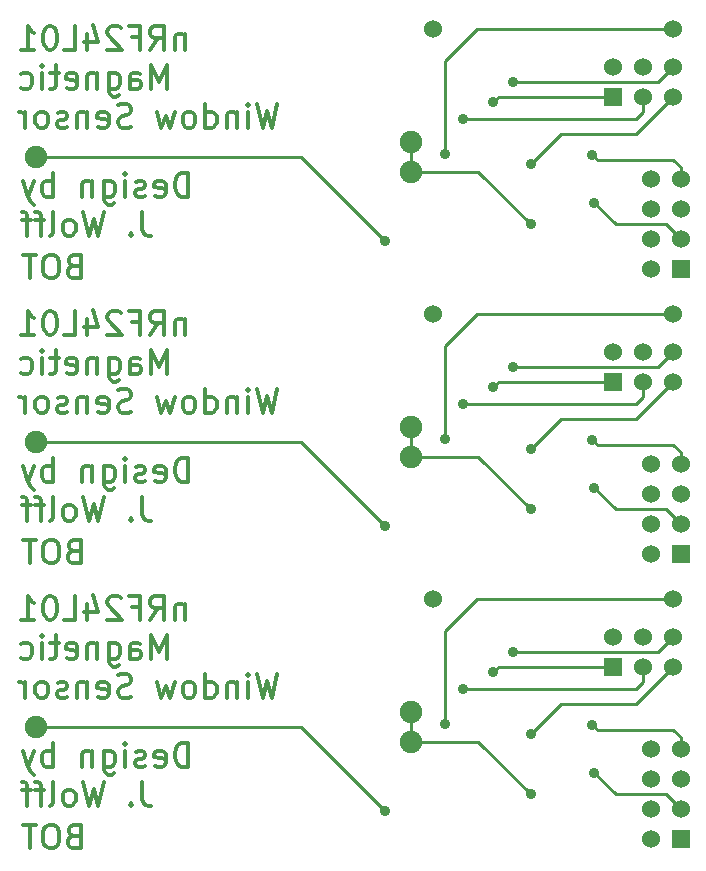
<source format=gbl>
G04 #@! TF.FileFunction,Copper,L2,Bot,Signal*
%FSLAX46Y46*%
G04 Gerber Fmt 4.6, Leading zero omitted, Abs format (unit mm)*
G04 Created by KiCad (PCBNEW 4.0.3+e1-6302~38~ubuntu16.04.1-stable) date Mon Aug 15 18:15:02 2016*
%MOMM*%
%LPD*%
G01*
G04 APERTURE LIST*
%ADD10C,0.150000*%
%ADD11C,0.300000*%
%ADD12C,1.905000*%
%ADD13C,1.524000*%
%ADD14R,1.524000X1.524000*%
%ADD15C,0.889000*%
%ADD16C,0.254000*%
G04 APERTURE END LIST*
D10*
D11*
X26685667Y-65770143D02*
X26399953Y-65865381D01*
X26304714Y-65960619D01*
X26209476Y-66151095D01*
X26209476Y-66436810D01*
X26304714Y-66627286D01*
X26399953Y-66722524D01*
X26590429Y-66817762D01*
X27352334Y-66817762D01*
X27352334Y-64817762D01*
X26685667Y-64817762D01*
X26495191Y-64913000D01*
X26399953Y-65008238D01*
X26304714Y-65198714D01*
X26304714Y-65389190D01*
X26399953Y-65579667D01*
X26495191Y-65674905D01*
X26685667Y-65770143D01*
X27352334Y-65770143D01*
X24971381Y-64817762D02*
X24590429Y-64817762D01*
X24399953Y-64913000D01*
X24209476Y-65103476D01*
X24114238Y-65484429D01*
X24114238Y-66151095D01*
X24209476Y-66532048D01*
X24399953Y-66722524D01*
X24590429Y-66817762D01*
X24971381Y-66817762D01*
X25161857Y-66722524D01*
X25352334Y-66532048D01*
X25447572Y-66151095D01*
X25447572Y-65484429D01*
X25352334Y-65103476D01*
X25161857Y-64913000D01*
X24971381Y-64817762D01*
X23542810Y-64817762D02*
X22399953Y-64817762D01*
X22971381Y-66817762D02*
X22971381Y-64817762D01*
X36129716Y-46118929D02*
X36129716Y-47452262D01*
X36129716Y-46309405D02*
X36034477Y-46214167D01*
X35844001Y-46118929D01*
X35558287Y-46118929D01*
X35367811Y-46214167D01*
X35272573Y-46404643D01*
X35272573Y-47452262D01*
X33177334Y-47452262D02*
X33844001Y-46499881D01*
X34320192Y-47452262D02*
X34320192Y-45452262D01*
X33558287Y-45452262D01*
X33367811Y-45547500D01*
X33272572Y-45642738D01*
X33177334Y-45833214D01*
X33177334Y-46118929D01*
X33272572Y-46309405D01*
X33367811Y-46404643D01*
X33558287Y-46499881D01*
X34320192Y-46499881D01*
X31653525Y-46404643D02*
X32320192Y-46404643D01*
X32320192Y-47452262D02*
X32320192Y-45452262D01*
X31367811Y-45452262D01*
X30701144Y-45642738D02*
X30605906Y-45547500D01*
X30415429Y-45452262D01*
X29939239Y-45452262D01*
X29748763Y-45547500D01*
X29653525Y-45642738D01*
X29558286Y-45833214D01*
X29558286Y-46023690D01*
X29653525Y-46309405D01*
X30796382Y-47452262D01*
X29558286Y-47452262D01*
X27844001Y-46118929D02*
X27844001Y-47452262D01*
X28320191Y-45357024D02*
X28796382Y-46785595D01*
X27558286Y-46785595D01*
X25844001Y-47452262D02*
X26796382Y-47452262D01*
X26796382Y-45452262D01*
X24796381Y-45452262D02*
X24605905Y-45452262D01*
X24415429Y-45547500D01*
X24320191Y-45642738D01*
X24224953Y-45833214D01*
X24129714Y-46214167D01*
X24129714Y-46690357D01*
X24224953Y-47071310D01*
X24320191Y-47261786D01*
X24415429Y-47357024D01*
X24605905Y-47452262D01*
X24796381Y-47452262D01*
X24986857Y-47357024D01*
X25082095Y-47261786D01*
X25177334Y-47071310D01*
X25272572Y-46690357D01*
X25272572Y-46214167D01*
X25177334Y-45833214D01*
X25082095Y-45642738D01*
X24986857Y-45547500D01*
X24796381Y-45452262D01*
X22224952Y-47452262D02*
X23367810Y-47452262D01*
X22796381Y-47452262D02*
X22796381Y-45452262D01*
X22986857Y-45737976D01*
X23177333Y-45928452D01*
X23367810Y-46023690D01*
X34605906Y-50752262D02*
X34605906Y-48752262D01*
X33939239Y-50180833D01*
X33272572Y-48752262D01*
X33272572Y-50752262D01*
X31463049Y-50752262D02*
X31463049Y-49704643D01*
X31558287Y-49514167D01*
X31748763Y-49418929D01*
X32129715Y-49418929D01*
X32320192Y-49514167D01*
X31463049Y-50657024D02*
X31653525Y-50752262D01*
X32129715Y-50752262D01*
X32320192Y-50657024D01*
X32415430Y-50466548D01*
X32415430Y-50276071D01*
X32320192Y-50085595D01*
X32129715Y-49990357D01*
X31653525Y-49990357D01*
X31463049Y-49895119D01*
X29653525Y-49418929D02*
X29653525Y-51037976D01*
X29748763Y-51228452D01*
X29844001Y-51323690D01*
X30034477Y-51418929D01*
X30320191Y-51418929D01*
X30510668Y-51323690D01*
X29653525Y-50657024D02*
X29844001Y-50752262D01*
X30224953Y-50752262D01*
X30415429Y-50657024D01*
X30510668Y-50561786D01*
X30605906Y-50371310D01*
X30605906Y-49799881D01*
X30510668Y-49609405D01*
X30415429Y-49514167D01*
X30224953Y-49418929D01*
X29844001Y-49418929D01*
X29653525Y-49514167D01*
X28701144Y-49418929D02*
X28701144Y-50752262D01*
X28701144Y-49609405D02*
X28605905Y-49514167D01*
X28415429Y-49418929D01*
X28129715Y-49418929D01*
X27939239Y-49514167D01*
X27844001Y-49704643D01*
X27844001Y-50752262D01*
X26129715Y-50657024D02*
X26320191Y-50752262D01*
X26701143Y-50752262D01*
X26891620Y-50657024D01*
X26986858Y-50466548D01*
X26986858Y-49704643D01*
X26891620Y-49514167D01*
X26701143Y-49418929D01*
X26320191Y-49418929D01*
X26129715Y-49514167D01*
X26034477Y-49704643D01*
X26034477Y-49895119D01*
X26986858Y-50085595D01*
X25463048Y-49418929D02*
X24701143Y-49418929D01*
X25177334Y-48752262D02*
X25177334Y-50466548D01*
X25082095Y-50657024D01*
X24891619Y-50752262D01*
X24701143Y-50752262D01*
X24034477Y-50752262D02*
X24034477Y-49418929D01*
X24034477Y-48752262D02*
X24129715Y-48847500D01*
X24034477Y-48942738D01*
X23939238Y-48847500D01*
X24034477Y-48752262D01*
X24034477Y-48942738D01*
X22224953Y-50657024D02*
X22415429Y-50752262D01*
X22796381Y-50752262D01*
X22986857Y-50657024D01*
X23082096Y-50561786D01*
X23177334Y-50371310D01*
X23177334Y-49799881D01*
X23082096Y-49609405D01*
X22986857Y-49514167D01*
X22796381Y-49418929D01*
X22415429Y-49418929D01*
X22224953Y-49514167D01*
X43939240Y-52052262D02*
X43463049Y-54052262D01*
X43082097Y-52623690D01*
X42701144Y-54052262D01*
X42224954Y-52052262D01*
X41463050Y-54052262D02*
X41463050Y-52718929D01*
X41463050Y-52052262D02*
X41558288Y-52147500D01*
X41463050Y-52242738D01*
X41367811Y-52147500D01*
X41463050Y-52052262D01*
X41463050Y-52242738D01*
X40510669Y-52718929D02*
X40510669Y-54052262D01*
X40510669Y-52909405D02*
X40415430Y-52814167D01*
X40224954Y-52718929D01*
X39939240Y-52718929D01*
X39748764Y-52814167D01*
X39653526Y-53004643D01*
X39653526Y-54052262D01*
X37844002Y-54052262D02*
X37844002Y-52052262D01*
X37844002Y-53957024D02*
X38034478Y-54052262D01*
X38415430Y-54052262D01*
X38605906Y-53957024D01*
X38701145Y-53861786D01*
X38796383Y-53671310D01*
X38796383Y-53099881D01*
X38701145Y-52909405D01*
X38605906Y-52814167D01*
X38415430Y-52718929D01*
X38034478Y-52718929D01*
X37844002Y-52814167D01*
X36605906Y-54052262D02*
X36796382Y-53957024D01*
X36891621Y-53861786D01*
X36986859Y-53671310D01*
X36986859Y-53099881D01*
X36891621Y-52909405D01*
X36796382Y-52814167D01*
X36605906Y-52718929D01*
X36320192Y-52718929D01*
X36129716Y-52814167D01*
X36034478Y-52909405D01*
X35939240Y-53099881D01*
X35939240Y-53671310D01*
X36034478Y-53861786D01*
X36129716Y-53957024D01*
X36320192Y-54052262D01*
X36605906Y-54052262D01*
X35272573Y-52718929D02*
X34891620Y-54052262D01*
X34510668Y-53099881D01*
X34129716Y-54052262D01*
X33748763Y-52718929D01*
X31558287Y-53957024D02*
X31272572Y-54052262D01*
X30796382Y-54052262D01*
X30605906Y-53957024D01*
X30510668Y-53861786D01*
X30415429Y-53671310D01*
X30415429Y-53480833D01*
X30510668Y-53290357D01*
X30605906Y-53195119D01*
X30796382Y-53099881D01*
X31177334Y-53004643D01*
X31367810Y-52909405D01*
X31463049Y-52814167D01*
X31558287Y-52623690D01*
X31558287Y-52433214D01*
X31463049Y-52242738D01*
X31367810Y-52147500D01*
X31177334Y-52052262D01*
X30701144Y-52052262D01*
X30415429Y-52147500D01*
X28796382Y-53957024D02*
X28986858Y-54052262D01*
X29367810Y-54052262D01*
X29558287Y-53957024D01*
X29653525Y-53766548D01*
X29653525Y-53004643D01*
X29558287Y-52814167D01*
X29367810Y-52718929D01*
X28986858Y-52718929D01*
X28796382Y-52814167D01*
X28701144Y-53004643D01*
X28701144Y-53195119D01*
X29653525Y-53385595D01*
X27844001Y-52718929D02*
X27844001Y-54052262D01*
X27844001Y-52909405D02*
X27748762Y-52814167D01*
X27558286Y-52718929D01*
X27272572Y-52718929D01*
X27082096Y-52814167D01*
X26986858Y-53004643D01*
X26986858Y-54052262D01*
X26129715Y-53957024D02*
X25939238Y-54052262D01*
X25558286Y-54052262D01*
X25367810Y-53957024D01*
X25272572Y-53766548D01*
X25272572Y-53671310D01*
X25367810Y-53480833D01*
X25558286Y-53385595D01*
X25844000Y-53385595D01*
X26034477Y-53290357D01*
X26129715Y-53099881D01*
X26129715Y-53004643D01*
X26034477Y-52814167D01*
X25844000Y-52718929D01*
X25558286Y-52718929D01*
X25367810Y-52814167D01*
X24129714Y-54052262D02*
X24320190Y-53957024D01*
X24415429Y-53861786D01*
X24510667Y-53671310D01*
X24510667Y-53099881D01*
X24415429Y-52909405D01*
X24320190Y-52814167D01*
X24129714Y-52718929D01*
X23844000Y-52718929D01*
X23653524Y-52814167D01*
X23558286Y-52909405D01*
X23463048Y-53099881D01*
X23463048Y-53671310D01*
X23558286Y-53861786D01*
X23653524Y-53957024D01*
X23844000Y-54052262D01*
X24129714Y-54052262D01*
X22605905Y-54052262D02*
X22605905Y-52718929D01*
X22605905Y-53099881D02*
X22510666Y-52909405D01*
X22415428Y-52814167D01*
X22224952Y-52718929D01*
X22034476Y-52718929D01*
X36383717Y-59897262D02*
X36383717Y-57897262D01*
X35907526Y-57897262D01*
X35621812Y-57992500D01*
X35431336Y-58182976D01*
X35336097Y-58373452D01*
X35240859Y-58754405D01*
X35240859Y-59040119D01*
X35336097Y-59421071D01*
X35431336Y-59611548D01*
X35621812Y-59802024D01*
X35907526Y-59897262D01*
X36383717Y-59897262D01*
X33621812Y-59802024D02*
X33812288Y-59897262D01*
X34193240Y-59897262D01*
X34383717Y-59802024D01*
X34478955Y-59611548D01*
X34478955Y-58849643D01*
X34383717Y-58659167D01*
X34193240Y-58563929D01*
X33812288Y-58563929D01*
X33621812Y-58659167D01*
X33526574Y-58849643D01*
X33526574Y-59040119D01*
X34478955Y-59230595D01*
X32764669Y-59802024D02*
X32574192Y-59897262D01*
X32193240Y-59897262D01*
X32002764Y-59802024D01*
X31907526Y-59611548D01*
X31907526Y-59516310D01*
X32002764Y-59325833D01*
X32193240Y-59230595D01*
X32478954Y-59230595D01*
X32669431Y-59135357D01*
X32764669Y-58944881D01*
X32764669Y-58849643D01*
X32669431Y-58659167D01*
X32478954Y-58563929D01*
X32193240Y-58563929D01*
X32002764Y-58659167D01*
X31050383Y-59897262D02*
X31050383Y-58563929D01*
X31050383Y-57897262D02*
X31145621Y-57992500D01*
X31050383Y-58087738D01*
X30955144Y-57992500D01*
X31050383Y-57897262D01*
X31050383Y-58087738D01*
X29240859Y-58563929D02*
X29240859Y-60182976D01*
X29336097Y-60373452D01*
X29431335Y-60468690D01*
X29621811Y-60563929D01*
X29907525Y-60563929D01*
X30098002Y-60468690D01*
X29240859Y-59802024D02*
X29431335Y-59897262D01*
X29812287Y-59897262D01*
X30002763Y-59802024D01*
X30098002Y-59706786D01*
X30193240Y-59516310D01*
X30193240Y-58944881D01*
X30098002Y-58754405D01*
X30002763Y-58659167D01*
X29812287Y-58563929D01*
X29431335Y-58563929D01*
X29240859Y-58659167D01*
X28288478Y-58563929D02*
X28288478Y-59897262D01*
X28288478Y-58754405D02*
X28193239Y-58659167D01*
X28002763Y-58563929D01*
X27717049Y-58563929D01*
X27526573Y-58659167D01*
X27431335Y-58849643D01*
X27431335Y-59897262D01*
X24955144Y-59897262D02*
X24955144Y-57897262D01*
X24955144Y-58659167D02*
X24764667Y-58563929D01*
X24383715Y-58563929D01*
X24193239Y-58659167D01*
X24098001Y-58754405D01*
X24002763Y-58944881D01*
X24002763Y-59516310D01*
X24098001Y-59706786D01*
X24193239Y-59802024D01*
X24383715Y-59897262D01*
X24764667Y-59897262D01*
X24955144Y-59802024D01*
X23336096Y-58563929D02*
X22859905Y-59897262D01*
X22383715Y-58563929D02*
X22859905Y-59897262D01*
X23050381Y-60373452D01*
X23145620Y-60468690D01*
X23336096Y-60563929D01*
X32478953Y-61197262D02*
X32478953Y-62625833D01*
X32574191Y-62911548D01*
X32764667Y-63102024D01*
X33050382Y-63197262D01*
X33240858Y-63197262D01*
X31526572Y-63006786D02*
X31431333Y-63102024D01*
X31526572Y-63197262D01*
X31621810Y-63102024D01*
X31526572Y-63006786D01*
X31526572Y-63197262D01*
X29240857Y-61197262D02*
X28764666Y-63197262D01*
X28383714Y-61768690D01*
X28002761Y-63197262D01*
X27526571Y-61197262D01*
X26478952Y-63197262D02*
X26669428Y-63102024D01*
X26764667Y-63006786D01*
X26859905Y-62816310D01*
X26859905Y-62244881D01*
X26764667Y-62054405D01*
X26669428Y-61959167D01*
X26478952Y-61863929D01*
X26193238Y-61863929D01*
X26002762Y-61959167D01*
X25907524Y-62054405D01*
X25812286Y-62244881D01*
X25812286Y-62816310D01*
X25907524Y-63006786D01*
X26002762Y-63102024D01*
X26193238Y-63197262D01*
X26478952Y-63197262D01*
X24669428Y-63197262D02*
X24859904Y-63102024D01*
X24955143Y-62911548D01*
X24955143Y-61197262D01*
X24193238Y-61863929D02*
X23431333Y-61863929D01*
X23907524Y-63197262D02*
X23907524Y-61482976D01*
X23812285Y-61292500D01*
X23621809Y-61197262D01*
X23431333Y-61197262D01*
X23050381Y-61863929D02*
X22288476Y-61863929D01*
X22764667Y-63197262D02*
X22764667Y-61482976D01*
X22669428Y-61292500D01*
X22478952Y-61197262D01*
X22288476Y-61197262D01*
X26685667Y-89900143D02*
X26399953Y-89995381D01*
X26304714Y-90090619D01*
X26209476Y-90281095D01*
X26209476Y-90566810D01*
X26304714Y-90757286D01*
X26399953Y-90852524D01*
X26590429Y-90947762D01*
X27352334Y-90947762D01*
X27352334Y-88947762D01*
X26685667Y-88947762D01*
X26495191Y-89043000D01*
X26399953Y-89138238D01*
X26304714Y-89328714D01*
X26304714Y-89519190D01*
X26399953Y-89709667D01*
X26495191Y-89804905D01*
X26685667Y-89900143D01*
X27352334Y-89900143D01*
X24971381Y-88947762D02*
X24590429Y-88947762D01*
X24399953Y-89043000D01*
X24209476Y-89233476D01*
X24114238Y-89614429D01*
X24114238Y-90281095D01*
X24209476Y-90662048D01*
X24399953Y-90852524D01*
X24590429Y-90947762D01*
X24971381Y-90947762D01*
X25161857Y-90852524D01*
X25352334Y-90662048D01*
X25447572Y-90281095D01*
X25447572Y-89614429D01*
X25352334Y-89233476D01*
X25161857Y-89043000D01*
X24971381Y-88947762D01*
X23542810Y-88947762D02*
X22399953Y-88947762D01*
X22971381Y-90947762D02*
X22971381Y-88947762D01*
X36129716Y-70248929D02*
X36129716Y-71582262D01*
X36129716Y-70439405D02*
X36034477Y-70344167D01*
X35844001Y-70248929D01*
X35558287Y-70248929D01*
X35367811Y-70344167D01*
X35272573Y-70534643D01*
X35272573Y-71582262D01*
X33177334Y-71582262D02*
X33844001Y-70629881D01*
X34320192Y-71582262D02*
X34320192Y-69582262D01*
X33558287Y-69582262D01*
X33367811Y-69677500D01*
X33272572Y-69772738D01*
X33177334Y-69963214D01*
X33177334Y-70248929D01*
X33272572Y-70439405D01*
X33367811Y-70534643D01*
X33558287Y-70629881D01*
X34320192Y-70629881D01*
X31653525Y-70534643D02*
X32320192Y-70534643D01*
X32320192Y-71582262D02*
X32320192Y-69582262D01*
X31367811Y-69582262D01*
X30701144Y-69772738D02*
X30605906Y-69677500D01*
X30415429Y-69582262D01*
X29939239Y-69582262D01*
X29748763Y-69677500D01*
X29653525Y-69772738D01*
X29558286Y-69963214D01*
X29558286Y-70153690D01*
X29653525Y-70439405D01*
X30796382Y-71582262D01*
X29558286Y-71582262D01*
X27844001Y-70248929D02*
X27844001Y-71582262D01*
X28320191Y-69487024D02*
X28796382Y-70915595D01*
X27558286Y-70915595D01*
X25844001Y-71582262D02*
X26796382Y-71582262D01*
X26796382Y-69582262D01*
X24796381Y-69582262D02*
X24605905Y-69582262D01*
X24415429Y-69677500D01*
X24320191Y-69772738D01*
X24224953Y-69963214D01*
X24129714Y-70344167D01*
X24129714Y-70820357D01*
X24224953Y-71201310D01*
X24320191Y-71391786D01*
X24415429Y-71487024D01*
X24605905Y-71582262D01*
X24796381Y-71582262D01*
X24986857Y-71487024D01*
X25082095Y-71391786D01*
X25177334Y-71201310D01*
X25272572Y-70820357D01*
X25272572Y-70344167D01*
X25177334Y-69963214D01*
X25082095Y-69772738D01*
X24986857Y-69677500D01*
X24796381Y-69582262D01*
X22224952Y-71582262D02*
X23367810Y-71582262D01*
X22796381Y-71582262D02*
X22796381Y-69582262D01*
X22986857Y-69867976D01*
X23177333Y-70058452D01*
X23367810Y-70153690D01*
X34605906Y-74882262D02*
X34605906Y-72882262D01*
X33939239Y-74310833D01*
X33272572Y-72882262D01*
X33272572Y-74882262D01*
X31463049Y-74882262D02*
X31463049Y-73834643D01*
X31558287Y-73644167D01*
X31748763Y-73548929D01*
X32129715Y-73548929D01*
X32320192Y-73644167D01*
X31463049Y-74787024D02*
X31653525Y-74882262D01*
X32129715Y-74882262D01*
X32320192Y-74787024D01*
X32415430Y-74596548D01*
X32415430Y-74406071D01*
X32320192Y-74215595D01*
X32129715Y-74120357D01*
X31653525Y-74120357D01*
X31463049Y-74025119D01*
X29653525Y-73548929D02*
X29653525Y-75167976D01*
X29748763Y-75358452D01*
X29844001Y-75453690D01*
X30034477Y-75548929D01*
X30320191Y-75548929D01*
X30510668Y-75453690D01*
X29653525Y-74787024D02*
X29844001Y-74882262D01*
X30224953Y-74882262D01*
X30415429Y-74787024D01*
X30510668Y-74691786D01*
X30605906Y-74501310D01*
X30605906Y-73929881D01*
X30510668Y-73739405D01*
X30415429Y-73644167D01*
X30224953Y-73548929D01*
X29844001Y-73548929D01*
X29653525Y-73644167D01*
X28701144Y-73548929D02*
X28701144Y-74882262D01*
X28701144Y-73739405D02*
X28605905Y-73644167D01*
X28415429Y-73548929D01*
X28129715Y-73548929D01*
X27939239Y-73644167D01*
X27844001Y-73834643D01*
X27844001Y-74882262D01*
X26129715Y-74787024D02*
X26320191Y-74882262D01*
X26701143Y-74882262D01*
X26891620Y-74787024D01*
X26986858Y-74596548D01*
X26986858Y-73834643D01*
X26891620Y-73644167D01*
X26701143Y-73548929D01*
X26320191Y-73548929D01*
X26129715Y-73644167D01*
X26034477Y-73834643D01*
X26034477Y-74025119D01*
X26986858Y-74215595D01*
X25463048Y-73548929D02*
X24701143Y-73548929D01*
X25177334Y-72882262D02*
X25177334Y-74596548D01*
X25082095Y-74787024D01*
X24891619Y-74882262D01*
X24701143Y-74882262D01*
X24034477Y-74882262D02*
X24034477Y-73548929D01*
X24034477Y-72882262D02*
X24129715Y-72977500D01*
X24034477Y-73072738D01*
X23939238Y-72977500D01*
X24034477Y-72882262D01*
X24034477Y-73072738D01*
X22224953Y-74787024D02*
X22415429Y-74882262D01*
X22796381Y-74882262D01*
X22986857Y-74787024D01*
X23082096Y-74691786D01*
X23177334Y-74501310D01*
X23177334Y-73929881D01*
X23082096Y-73739405D01*
X22986857Y-73644167D01*
X22796381Y-73548929D01*
X22415429Y-73548929D01*
X22224953Y-73644167D01*
X43939240Y-76182262D02*
X43463049Y-78182262D01*
X43082097Y-76753690D01*
X42701144Y-78182262D01*
X42224954Y-76182262D01*
X41463050Y-78182262D02*
X41463050Y-76848929D01*
X41463050Y-76182262D02*
X41558288Y-76277500D01*
X41463050Y-76372738D01*
X41367811Y-76277500D01*
X41463050Y-76182262D01*
X41463050Y-76372738D01*
X40510669Y-76848929D02*
X40510669Y-78182262D01*
X40510669Y-77039405D02*
X40415430Y-76944167D01*
X40224954Y-76848929D01*
X39939240Y-76848929D01*
X39748764Y-76944167D01*
X39653526Y-77134643D01*
X39653526Y-78182262D01*
X37844002Y-78182262D02*
X37844002Y-76182262D01*
X37844002Y-78087024D02*
X38034478Y-78182262D01*
X38415430Y-78182262D01*
X38605906Y-78087024D01*
X38701145Y-77991786D01*
X38796383Y-77801310D01*
X38796383Y-77229881D01*
X38701145Y-77039405D01*
X38605906Y-76944167D01*
X38415430Y-76848929D01*
X38034478Y-76848929D01*
X37844002Y-76944167D01*
X36605906Y-78182262D02*
X36796382Y-78087024D01*
X36891621Y-77991786D01*
X36986859Y-77801310D01*
X36986859Y-77229881D01*
X36891621Y-77039405D01*
X36796382Y-76944167D01*
X36605906Y-76848929D01*
X36320192Y-76848929D01*
X36129716Y-76944167D01*
X36034478Y-77039405D01*
X35939240Y-77229881D01*
X35939240Y-77801310D01*
X36034478Y-77991786D01*
X36129716Y-78087024D01*
X36320192Y-78182262D01*
X36605906Y-78182262D01*
X35272573Y-76848929D02*
X34891620Y-78182262D01*
X34510668Y-77229881D01*
X34129716Y-78182262D01*
X33748763Y-76848929D01*
X31558287Y-78087024D02*
X31272572Y-78182262D01*
X30796382Y-78182262D01*
X30605906Y-78087024D01*
X30510668Y-77991786D01*
X30415429Y-77801310D01*
X30415429Y-77610833D01*
X30510668Y-77420357D01*
X30605906Y-77325119D01*
X30796382Y-77229881D01*
X31177334Y-77134643D01*
X31367810Y-77039405D01*
X31463049Y-76944167D01*
X31558287Y-76753690D01*
X31558287Y-76563214D01*
X31463049Y-76372738D01*
X31367810Y-76277500D01*
X31177334Y-76182262D01*
X30701144Y-76182262D01*
X30415429Y-76277500D01*
X28796382Y-78087024D02*
X28986858Y-78182262D01*
X29367810Y-78182262D01*
X29558287Y-78087024D01*
X29653525Y-77896548D01*
X29653525Y-77134643D01*
X29558287Y-76944167D01*
X29367810Y-76848929D01*
X28986858Y-76848929D01*
X28796382Y-76944167D01*
X28701144Y-77134643D01*
X28701144Y-77325119D01*
X29653525Y-77515595D01*
X27844001Y-76848929D02*
X27844001Y-78182262D01*
X27844001Y-77039405D02*
X27748762Y-76944167D01*
X27558286Y-76848929D01*
X27272572Y-76848929D01*
X27082096Y-76944167D01*
X26986858Y-77134643D01*
X26986858Y-78182262D01*
X26129715Y-78087024D02*
X25939238Y-78182262D01*
X25558286Y-78182262D01*
X25367810Y-78087024D01*
X25272572Y-77896548D01*
X25272572Y-77801310D01*
X25367810Y-77610833D01*
X25558286Y-77515595D01*
X25844000Y-77515595D01*
X26034477Y-77420357D01*
X26129715Y-77229881D01*
X26129715Y-77134643D01*
X26034477Y-76944167D01*
X25844000Y-76848929D01*
X25558286Y-76848929D01*
X25367810Y-76944167D01*
X24129714Y-78182262D02*
X24320190Y-78087024D01*
X24415429Y-77991786D01*
X24510667Y-77801310D01*
X24510667Y-77229881D01*
X24415429Y-77039405D01*
X24320190Y-76944167D01*
X24129714Y-76848929D01*
X23844000Y-76848929D01*
X23653524Y-76944167D01*
X23558286Y-77039405D01*
X23463048Y-77229881D01*
X23463048Y-77801310D01*
X23558286Y-77991786D01*
X23653524Y-78087024D01*
X23844000Y-78182262D01*
X24129714Y-78182262D01*
X22605905Y-78182262D02*
X22605905Y-76848929D01*
X22605905Y-77229881D02*
X22510666Y-77039405D01*
X22415428Y-76944167D01*
X22224952Y-76848929D01*
X22034476Y-76848929D01*
X36383717Y-84027262D02*
X36383717Y-82027262D01*
X35907526Y-82027262D01*
X35621812Y-82122500D01*
X35431336Y-82312976D01*
X35336097Y-82503452D01*
X35240859Y-82884405D01*
X35240859Y-83170119D01*
X35336097Y-83551071D01*
X35431336Y-83741548D01*
X35621812Y-83932024D01*
X35907526Y-84027262D01*
X36383717Y-84027262D01*
X33621812Y-83932024D02*
X33812288Y-84027262D01*
X34193240Y-84027262D01*
X34383717Y-83932024D01*
X34478955Y-83741548D01*
X34478955Y-82979643D01*
X34383717Y-82789167D01*
X34193240Y-82693929D01*
X33812288Y-82693929D01*
X33621812Y-82789167D01*
X33526574Y-82979643D01*
X33526574Y-83170119D01*
X34478955Y-83360595D01*
X32764669Y-83932024D02*
X32574192Y-84027262D01*
X32193240Y-84027262D01*
X32002764Y-83932024D01*
X31907526Y-83741548D01*
X31907526Y-83646310D01*
X32002764Y-83455833D01*
X32193240Y-83360595D01*
X32478954Y-83360595D01*
X32669431Y-83265357D01*
X32764669Y-83074881D01*
X32764669Y-82979643D01*
X32669431Y-82789167D01*
X32478954Y-82693929D01*
X32193240Y-82693929D01*
X32002764Y-82789167D01*
X31050383Y-84027262D02*
X31050383Y-82693929D01*
X31050383Y-82027262D02*
X31145621Y-82122500D01*
X31050383Y-82217738D01*
X30955144Y-82122500D01*
X31050383Y-82027262D01*
X31050383Y-82217738D01*
X29240859Y-82693929D02*
X29240859Y-84312976D01*
X29336097Y-84503452D01*
X29431335Y-84598690D01*
X29621811Y-84693929D01*
X29907525Y-84693929D01*
X30098002Y-84598690D01*
X29240859Y-83932024D02*
X29431335Y-84027262D01*
X29812287Y-84027262D01*
X30002763Y-83932024D01*
X30098002Y-83836786D01*
X30193240Y-83646310D01*
X30193240Y-83074881D01*
X30098002Y-82884405D01*
X30002763Y-82789167D01*
X29812287Y-82693929D01*
X29431335Y-82693929D01*
X29240859Y-82789167D01*
X28288478Y-82693929D02*
X28288478Y-84027262D01*
X28288478Y-82884405D02*
X28193239Y-82789167D01*
X28002763Y-82693929D01*
X27717049Y-82693929D01*
X27526573Y-82789167D01*
X27431335Y-82979643D01*
X27431335Y-84027262D01*
X24955144Y-84027262D02*
X24955144Y-82027262D01*
X24955144Y-82789167D02*
X24764667Y-82693929D01*
X24383715Y-82693929D01*
X24193239Y-82789167D01*
X24098001Y-82884405D01*
X24002763Y-83074881D01*
X24002763Y-83646310D01*
X24098001Y-83836786D01*
X24193239Y-83932024D01*
X24383715Y-84027262D01*
X24764667Y-84027262D01*
X24955144Y-83932024D01*
X23336096Y-82693929D02*
X22859905Y-84027262D01*
X22383715Y-82693929D02*
X22859905Y-84027262D01*
X23050381Y-84503452D01*
X23145620Y-84598690D01*
X23336096Y-84693929D01*
X32478953Y-85327262D02*
X32478953Y-86755833D01*
X32574191Y-87041548D01*
X32764667Y-87232024D01*
X33050382Y-87327262D01*
X33240858Y-87327262D01*
X31526572Y-87136786D02*
X31431333Y-87232024D01*
X31526572Y-87327262D01*
X31621810Y-87232024D01*
X31526572Y-87136786D01*
X31526572Y-87327262D01*
X29240857Y-85327262D02*
X28764666Y-87327262D01*
X28383714Y-85898690D01*
X28002761Y-87327262D01*
X27526571Y-85327262D01*
X26478952Y-87327262D02*
X26669428Y-87232024D01*
X26764667Y-87136786D01*
X26859905Y-86946310D01*
X26859905Y-86374881D01*
X26764667Y-86184405D01*
X26669428Y-86089167D01*
X26478952Y-85993929D01*
X26193238Y-85993929D01*
X26002762Y-86089167D01*
X25907524Y-86184405D01*
X25812286Y-86374881D01*
X25812286Y-86946310D01*
X25907524Y-87136786D01*
X26002762Y-87232024D01*
X26193238Y-87327262D01*
X26478952Y-87327262D01*
X24669428Y-87327262D02*
X24859904Y-87232024D01*
X24955143Y-87041548D01*
X24955143Y-85327262D01*
X24193238Y-85993929D02*
X23431333Y-85993929D01*
X23907524Y-87327262D02*
X23907524Y-85612976D01*
X23812285Y-85422500D01*
X23621809Y-85327262D01*
X23431333Y-85327262D01*
X23050381Y-85993929D02*
X22288476Y-85993929D01*
X22764667Y-87327262D02*
X22764667Y-85612976D01*
X22669428Y-85422500D01*
X22478952Y-85327262D01*
X22288476Y-85327262D01*
X36383717Y-35767262D02*
X36383717Y-33767262D01*
X35907526Y-33767262D01*
X35621812Y-33862500D01*
X35431336Y-34052976D01*
X35336097Y-34243452D01*
X35240859Y-34624405D01*
X35240859Y-34910119D01*
X35336097Y-35291071D01*
X35431336Y-35481548D01*
X35621812Y-35672024D01*
X35907526Y-35767262D01*
X36383717Y-35767262D01*
X33621812Y-35672024D02*
X33812288Y-35767262D01*
X34193240Y-35767262D01*
X34383717Y-35672024D01*
X34478955Y-35481548D01*
X34478955Y-34719643D01*
X34383717Y-34529167D01*
X34193240Y-34433929D01*
X33812288Y-34433929D01*
X33621812Y-34529167D01*
X33526574Y-34719643D01*
X33526574Y-34910119D01*
X34478955Y-35100595D01*
X32764669Y-35672024D02*
X32574192Y-35767262D01*
X32193240Y-35767262D01*
X32002764Y-35672024D01*
X31907526Y-35481548D01*
X31907526Y-35386310D01*
X32002764Y-35195833D01*
X32193240Y-35100595D01*
X32478954Y-35100595D01*
X32669431Y-35005357D01*
X32764669Y-34814881D01*
X32764669Y-34719643D01*
X32669431Y-34529167D01*
X32478954Y-34433929D01*
X32193240Y-34433929D01*
X32002764Y-34529167D01*
X31050383Y-35767262D02*
X31050383Y-34433929D01*
X31050383Y-33767262D02*
X31145621Y-33862500D01*
X31050383Y-33957738D01*
X30955144Y-33862500D01*
X31050383Y-33767262D01*
X31050383Y-33957738D01*
X29240859Y-34433929D02*
X29240859Y-36052976D01*
X29336097Y-36243452D01*
X29431335Y-36338690D01*
X29621811Y-36433929D01*
X29907525Y-36433929D01*
X30098002Y-36338690D01*
X29240859Y-35672024D02*
X29431335Y-35767262D01*
X29812287Y-35767262D01*
X30002763Y-35672024D01*
X30098002Y-35576786D01*
X30193240Y-35386310D01*
X30193240Y-34814881D01*
X30098002Y-34624405D01*
X30002763Y-34529167D01*
X29812287Y-34433929D01*
X29431335Y-34433929D01*
X29240859Y-34529167D01*
X28288478Y-34433929D02*
X28288478Y-35767262D01*
X28288478Y-34624405D02*
X28193239Y-34529167D01*
X28002763Y-34433929D01*
X27717049Y-34433929D01*
X27526573Y-34529167D01*
X27431335Y-34719643D01*
X27431335Y-35767262D01*
X24955144Y-35767262D02*
X24955144Y-33767262D01*
X24955144Y-34529167D02*
X24764667Y-34433929D01*
X24383715Y-34433929D01*
X24193239Y-34529167D01*
X24098001Y-34624405D01*
X24002763Y-34814881D01*
X24002763Y-35386310D01*
X24098001Y-35576786D01*
X24193239Y-35672024D01*
X24383715Y-35767262D01*
X24764667Y-35767262D01*
X24955144Y-35672024D01*
X23336096Y-34433929D02*
X22859905Y-35767262D01*
X22383715Y-34433929D02*
X22859905Y-35767262D01*
X23050381Y-36243452D01*
X23145620Y-36338690D01*
X23336096Y-36433929D01*
X32478953Y-37067262D02*
X32478953Y-38495833D01*
X32574191Y-38781548D01*
X32764667Y-38972024D01*
X33050382Y-39067262D01*
X33240858Y-39067262D01*
X31526572Y-38876786D02*
X31431333Y-38972024D01*
X31526572Y-39067262D01*
X31621810Y-38972024D01*
X31526572Y-38876786D01*
X31526572Y-39067262D01*
X29240857Y-37067262D02*
X28764666Y-39067262D01*
X28383714Y-37638690D01*
X28002761Y-39067262D01*
X27526571Y-37067262D01*
X26478952Y-39067262D02*
X26669428Y-38972024D01*
X26764667Y-38876786D01*
X26859905Y-38686310D01*
X26859905Y-38114881D01*
X26764667Y-37924405D01*
X26669428Y-37829167D01*
X26478952Y-37733929D01*
X26193238Y-37733929D01*
X26002762Y-37829167D01*
X25907524Y-37924405D01*
X25812286Y-38114881D01*
X25812286Y-38686310D01*
X25907524Y-38876786D01*
X26002762Y-38972024D01*
X26193238Y-39067262D01*
X26478952Y-39067262D01*
X24669428Y-39067262D02*
X24859904Y-38972024D01*
X24955143Y-38781548D01*
X24955143Y-37067262D01*
X24193238Y-37733929D02*
X23431333Y-37733929D01*
X23907524Y-39067262D02*
X23907524Y-37352976D01*
X23812285Y-37162500D01*
X23621809Y-37067262D01*
X23431333Y-37067262D01*
X23050381Y-37733929D02*
X22288476Y-37733929D01*
X22764667Y-39067262D02*
X22764667Y-37352976D01*
X22669428Y-37162500D01*
X22478952Y-37067262D01*
X22288476Y-37067262D01*
X36129716Y-21988929D02*
X36129716Y-23322262D01*
X36129716Y-22179405D02*
X36034477Y-22084167D01*
X35844001Y-21988929D01*
X35558287Y-21988929D01*
X35367811Y-22084167D01*
X35272573Y-22274643D01*
X35272573Y-23322262D01*
X33177334Y-23322262D02*
X33844001Y-22369881D01*
X34320192Y-23322262D02*
X34320192Y-21322262D01*
X33558287Y-21322262D01*
X33367811Y-21417500D01*
X33272572Y-21512738D01*
X33177334Y-21703214D01*
X33177334Y-21988929D01*
X33272572Y-22179405D01*
X33367811Y-22274643D01*
X33558287Y-22369881D01*
X34320192Y-22369881D01*
X31653525Y-22274643D02*
X32320192Y-22274643D01*
X32320192Y-23322262D02*
X32320192Y-21322262D01*
X31367811Y-21322262D01*
X30701144Y-21512738D02*
X30605906Y-21417500D01*
X30415429Y-21322262D01*
X29939239Y-21322262D01*
X29748763Y-21417500D01*
X29653525Y-21512738D01*
X29558286Y-21703214D01*
X29558286Y-21893690D01*
X29653525Y-22179405D01*
X30796382Y-23322262D01*
X29558286Y-23322262D01*
X27844001Y-21988929D02*
X27844001Y-23322262D01*
X28320191Y-21227024D02*
X28796382Y-22655595D01*
X27558286Y-22655595D01*
X25844001Y-23322262D02*
X26796382Y-23322262D01*
X26796382Y-21322262D01*
X24796381Y-21322262D02*
X24605905Y-21322262D01*
X24415429Y-21417500D01*
X24320191Y-21512738D01*
X24224953Y-21703214D01*
X24129714Y-22084167D01*
X24129714Y-22560357D01*
X24224953Y-22941310D01*
X24320191Y-23131786D01*
X24415429Y-23227024D01*
X24605905Y-23322262D01*
X24796381Y-23322262D01*
X24986857Y-23227024D01*
X25082095Y-23131786D01*
X25177334Y-22941310D01*
X25272572Y-22560357D01*
X25272572Y-22084167D01*
X25177334Y-21703214D01*
X25082095Y-21512738D01*
X24986857Y-21417500D01*
X24796381Y-21322262D01*
X22224952Y-23322262D02*
X23367810Y-23322262D01*
X22796381Y-23322262D02*
X22796381Y-21322262D01*
X22986857Y-21607976D01*
X23177333Y-21798452D01*
X23367810Y-21893690D01*
X34605906Y-26622262D02*
X34605906Y-24622262D01*
X33939239Y-26050833D01*
X33272572Y-24622262D01*
X33272572Y-26622262D01*
X31463049Y-26622262D02*
X31463049Y-25574643D01*
X31558287Y-25384167D01*
X31748763Y-25288929D01*
X32129715Y-25288929D01*
X32320192Y-25384167D01*
X31463049Y-26527024D02*
X31653525Y-26622262D01*
X32129715Y-26622262D01*
X32320192Y-26527024D01*
X32415430Y-26336548D01*
X32415430Y-26146071D01*
X32320192Y-25955595D01*
X32129715Y-25860357D01*
X31653525Y-25860357D01*
X31463049Y-25765119D01*
X29653525Y-25288929D02*
X29653525Y-26907976D01*
X29748763Y-27098452D01*
X29844001Y-27193690D01*
X30034477Y-27288929D01*
X30320191Y-27288929D01*
X30510668Y-27193690D01*
X29653525Y-26527024D02*
X29844001Y-26622262D01*
X30224953Y-26622262D01*
X30415429Y-26527024D01*
X30510668Y-26431786D01*
X30605906Y-26241310D01*
X30605906Y-25669881D01*
X30510668Y-25479405D01*
X30415429Y-25384167D01*
X30224953Y-25288929D01*
X29844001Y-25288929D01*
X29653525Y-25384167D01*
X28701144Y-25288929D02*
X28701144Y-26622262D01*
X28701144Y-25479405D02*
X28605905Y-25384167D01*
X28415429Y-25288929D01*
X28129715Y-25288929D01*
X27939239Y-25384167D01*
X27844001Y-25574643D01*
X27844001Y-26622262D01*
X26129715Y-26527024D02*
X26320191Y-26622262D01*
X26701143Y-26622262D01*
X26891620Y-26527024D01*
X26986858Y-26336548D01*
X26986858Y-25574643D01*
X26891620Y-25384167D01*
X26701143Y-25288929D01*
X26320191Y-25288929D01*
X26129715Y-25384167D01*
X26034477Y-25574643D01*
X26034477Y-25765119D01*
X26986858Y-25955595D01*
X25463048Y-25288929D02*
X24701143Y-25288929D01*
X25177334Y-24622262D02*
X25177334Y-26336548D01*
X25082095Y-26527024D01*
X24891619Y-26622262D01*
X24701143Y-26622262D01*
X24034477Y-26622262D02*
X24034477Y-25288929D01*
X24034477Y-24622262D02*
X24129715Y-24717500D01*
X24034477Y-24812738D01*
X23939238Y-24717500D01*
X24034477Y-24622262D01*
X24034477Y-24812738D01*
X22224953Y-26527024D02*
X22415429Y-26622262D01*
X22796381Y-26622262D01*
X22986857Y-26527024D01*
X23082096Y-26431786D01*
X23177334Y-26241310D01*
X23177334Y-25669881D01*
X23082096Y-25479405D01*
X22986857Y-25384167D01*
X22796381Y-25288929D01*
X22415429Y-25288929D01*
X22224953Y-25384167D01*
X43939240Y-27922262D02*
X43463049Y-29922262D01*
X43082097Y-28493690D01*
X42701144Y-29922262D01*
X42224954Y-27922262D01*
X41463050Y-29922262D02*
X41463050Y-28588929D01*
X41463050Y-27922262D02*
X41558288Y-28017500D01*
X41463050Y-28112738D01*
X41367811Y-28017500D01*
X41463050Y-27922262D01*
X41463050Y-28112738D01*
X40510669Y-28588929D02*
X40510669Y-29922262D01*
X40510669Y-28779405D02*
X40415430Y-28684167D01*
X40224954Y-28588929D01*
X39939240Y-28588929D01*
X39748764Y-28684167D01*
X39653526Y-28874643D01*
X39653526Y-29922262D01*
X37844002Y-29922262D02*
X37844002Y-27922262D01*
X37844002Y-29827024D02*
X38034478Y-29922262D01*
X38415430Y-29922262D01*
X38605906Y-29827024D01*
X38701145Y-29731786D01*
X38796383Y-29541310D01*
X38796383Y-28969881D01*
X38701145Y-28779405D01*
X38605906Y-28684167D01*
X38415430Y-28588929D01*
X38034478Y-28588929D01*
X37844002Y-28684167D01*
X36605906Y-29922262D02*
X36796382Y-29827024D01*
X36891621Y-29731786D01*
X36986859Y-29541310D01*
X36986859Y-28969881D01*
X36891621Y-28779405D01*
X36796382Y-28684167D01*
X36605906Y-28588929D01*
X36320192Y-28588929D01*
X36129716Y-28684167D01*
X36034478Y-28779405D01*
X35939240Y-28969881D01*
X35939240Y-29541310D01*
X36034478Y-29731786D01*
X36129716Y-29827024D01*
X36320192Y-29922262D01*
X36605906Y-29922262D01*
X35272573Y-28588929D02*
X34891620Y-29922262D01*
X34510668Y-28969881D01*
X34129716Y-29922262D01*
X33748763Y-28588929D01*
X31558287Y-29827024D02*
X31272572Y-29922262D01*
X30796382Y-29922262D01*
X30605906Y-29827024D01*
X30510668Y-29731786D01*
X30415429Y-29541310D01*
X30415429Y-29350833D01*
X30510668Y-29160357D01*
X30605906Y-29065119D01*
X30796382Y-28969881D01*
X31177334Y-28874643D01*
X31367810Y-28779405D01*
X31463049Y-28684167D01*
X31558287Y-28493690D01*
X31558287Y-28303214D01*
X31463049Y-28112738D01*
X31367810Y-28017500D01*
X31177334Y-27922262D01*
X30701144Y-27922262D01*
X30415429Y-28017500D01*
X28796382Y-29827024D02*
X28986858Y-29922262D01*
X29367810Y-29922262D01*
X29558287Y-29827024D01*
X29653525Y-29636548D01*
X29653525Y-28874643D01*
X29558287Y-28684167D01*
X29367810Y-28588929D01*
X28986858Y-28588929D01*
X28796382Y-28684167D01*
X28701144Y-28874643D01*
X28701144Y-29065119D01*
X29653525Y-29255595D01*
X27844001Y-28588929D02*
X27844001Y-29922262D01*
X27844001Y-28779405D02*
X27748762Y-28684167D01*
X27558286Y-28588929D01*
X27272572Y-28588929D01*
X27082096Y-28684167D01*
X26986858Y-28874643D01*
X26986858Y-29922262D01*
X26129715Y-29827024D02*
X25939238Y-29922262D01*
X25558286Y-29922262D01*
X25367810Y-29827024D01*
X25272572Y-29636548D01*
X25272572Y-29541310D01*
X25367810Y-29350833D01*
X25558286Y-29255595D01*
X25844000Y-29255595D01*
X26034477Y-29160357D01*
X26129715Y-28969881D01*
X26129715Y-28874643D01*
X26034477Y-28684167D01*
X25844000Y-28588929D01*
X25558286Y-28588929D01*
X25367810Y-28684167D01*
X24129714Y-29922262D02*
X24320190Y-29827024D01*
X24415429Y-29731786D01*
X24510667Y-29541310D01*
X24510667Y-28969881D01*
X24415429Y-28779405D01*
X24320190Y-28684167D01*
X24129714Y-28588929D01*
X23844000Y-28588929D01*
X23653524Y-28684167D01*
X23558286Y-28779405D01*
X23463048Y-28969881D01*
X23463048Y-29541310D01*
X23558286Y-29731786D01*
X23653524Y-29827024D01*
X23844000Y-29922262D01*
X24129714Y-29922262D01*
X22605905Y-29922262D02*
X22605905Y-28588929D01*
X22605905Y-28969881D02*
X22510666Y-28779405D01*
X22415428Y-28684167D01*
X22224952Y-28588929D01*
X22034476Y-28588929D01*
X26685667Y-41640143D02*
X26399953Y-41735381D01*
X26304714Y-41830619D01*
X26209476Y-42021095D01*
X26209476Y-42306810D01*
X26304714Y-42497286D01*
X26399953Y-42592524D01*
X26590429Y-42687762D01*
X27352334Y-42687762D01*
X27352334Y-40687762D01*
X26685667Y-40687762D01*
X26495191Y-40783000D01*
X26399953Y-40878238D01*
X26304714Y-41068714D01*
X26304714Y-41259190D01*
X26399953Y-41449667D01*
X26495191Y-41544905D01*
X26685667Y-41640143D01*
X27352334Y-41640143D01*
X24971381Y-40687762D02*
X24590429Y-40687762D01*
X24399953Y-40783000D01*
X24209476Y-40973476D01*
X24114238Y-41354429D01*
X24114238Y-42021095D01*
X24209476Y-42402048D01*
X24399953Y-42592524D01*
X24590429Y-42687762D01*
X24971381Y-42687762D01*
X25161857Y-42592524D01*
X25352334Y-42402048D01*
X25447572Y-42021095D01*
X25447572Y-41354429D01*
X25352334Y-40973476D01*
X25161857Y-40783000D01*
X24971381Y-40687762D01*
X23542810Y-40687762D02*
X22399953Y-40687762D01*
X22971381Y-42687762D02*
X22971381Y-40687762D01*
D12*
X55245000Y-57785000D03*
X23495000Y-56515000D03*
X55245000Y-55245000D03*
D13*
X57150000Y-45720000D03*
X77470000Y-45720000D03*
D14*
X72390000Y-51435000D03*
D13*
X72390000Y-48895000D03*
X74930000Y-51435000D03*
X74930000Y-48895000D03*
X77470000Y-51435000D03*
X77470000Y-48895000D03*
D14*
X78105000Y-66040000D03*
D13*
X75565000Y-66040000D03*
X78105000Y-63500000D03*
X75565000Y-63500000D03*
X78105000Y-60960000D03*
X75565000Y-60960000D03*
X78105000Y-58420000D03*
X75565000Y-58420000D03*
D12*
X55245000Y-81915000D03*
X23495000Y-80645000D03*
X55245000Y-79375000D03*
D13*
X57150000Y-69850000D03*
X77470000Y-69850000D03*
D14*
X72390000Y-75565000D03*
D13*
X72390000Y-73025000D03*
X74930000Y-75565000D03*
X74930000Y-73025000D03*
X77470000Y-75565000D03*
X77470000Y-73025000D03*
D14*
X78105000Y-90170000D03*
D13*
X75565000Y-90170000D03*
X78105000Y-87630000D03*
X75565000Y-87630000D03*
X78105000Y-85090000D03*
X75565000Y-85090000D03*
X78105000Y-82550000D03*
X75565000Y-82550000D03*
D14*
X78105000Y-41910000D03*
D13*
X75565000Y-41910000D03*
X78105000Y-39370000D03*
X75565000Y-39370000D03*
X78105000Y-36830000D03*
X75565000Y-36830000D03*
X78105000Y-34290000D03*
X75565000Y-34290000D03*
D14*
X72390000Y-27305000D03*
D13*
X72390000Y-24765000D03*
X74930000Y-27305000D03*
X74930000Y-24765000D03*
X77470000Y-27305000D03*
X77470000Y-24765000D03*
X57150000Y-21590000D03*
X77470000Y-21590000D03*
D12*
X55245000Y-33655000D03*
X23495000Y-32385000D03*
X55245000Y-31115000D03*
D15*
X65405000Y-62230000D03*
X65405000Y-86360000D03*
X65405000Y-38100000D03*
X63881000Y-50165000D03*
X53086000Y-63627000D03*
X63881000Y-74295000D03*
X53086000Y-87757000D03*
X53086000Y-39497000D03*
X63881000Y-26035000D03*
X70739000Y-60388500D03*
X70739000Y-84518500D03*
X70739000Y-36258500D03*
X59690000Y-53340000D03*
X59690000Y-77470000D03*
X59690000Y-29210000D03*
X62230000Y-51879500D03*
X62230000Y-76009500D03*
X62230000Y-27749500D03*
X70612000Y-56324500D03*
X70612000Y-80454500D03*
X70612000Y-32194500D03*
X65405000Y-57150000D03*
X65405000Y-81280000D03*
X65405000Y-33020000D03*
X58166000Y-56261000D03*
X58166000Y-80391000D03*
X58166000Y-32131000D03*
D16*
X55245000Y-55245000D02*
X55245000Y-57785000D01*
X60960000Y-57785000D02*
X55245000Y-57785000D01*
X65405000Y-62230000D02*
X60960000Y-57785000D01*
X55245000Y-79375000D02*
X55245000Y-81915000D01*
X60960000Y-81915000D02*
X55245000Y-81915000D01*
X65405000Y-86360000D02*
X60960000Y-81915000D01*
X65405000Y-38100000D02*
X60960000Y-33655000D01*
X60960000Y-33655000D02*
X55245000Y-33655000D01*
X55245000Y-31115000D02*
X55245000Y-33655000D01*
X76200000Y-50165000D02*
X63881000Y-50165000D01*
X77470000Y-48895000D02*
X76200000Y-50165000D01*
X45974000Y-56515000D02*
X23495000Y-56515000D01*
X53086000Y-63627000D02*
X45974000Y-56515000D01*
X76200000Y-74295000D02*
X63881000Y-74295000D01*
X77470000Y-73025000D02*
X76200000Y-74295000D01*
X45974000Y-80645000D02*
X23495000Y-80645000D01*
X53086000Y-87757000D02*
X45974000Y-80645000D01*
X53086000Y-39497000D02*
X45974000Y-32385000D01*
X45974000Y-32385000D02*
X23495000Y-32385000D01*
X77470000Y-24765000D02*
X76200000Y-26035000D01*
X76200000Y-26035000D02*
X63881000Y-26035000D01*
X76835000Y-62230000D02*
X75946000Y-62230000D01*
X72580500Y-62230000D02*
X75946000Y-62230000D01*
X70739000Y-60388500D02*
X72580500Y-62230000D01*
X78105000Y-63500000D02*
X76835000Y-62230000D01*
X76835000Y-86360000D02*
X75946000Y-86360000D01*
X72580500Y-86360000D02*
X75946000Y-86360000D01*
X70739000Y-84518500D02*
X72580500Y-86360000D01*
X78105000Y-87630000D02*
X76835000Y-86360000D01*
X78105000Y-39370000D02*
X76835000Y-38100000D01*
X70739000Y-36258500D02*
X72580500Y-38100000D01*
X72580500Y-38100000D02*
X75946000Y-38100000D01*
X76835000Y-38100000D02*
X75946000Y-38100000D01*
X65405000Y-53340000D02*
X74295000Y-53340000D01*
X74930000Y-52705000D02*
X74295000Y-53340000D01*
X74930000Y-52705000D02*
X74930000Y-51435000D01*
X59690000Y-53340000D02*
X65405000Y-53340000D01*
X65405000Y-77470000D02*
X74295000Y-77470000D01*
X74930000Y-76835000D02*
X74295000Y-77470000D01*
X74930000Y-76835000D02*
X74930000Y-75565000D01*
X59690000Y-77470000D02*
X65405000Y-77470000D01*
X59690000Y-29210000D02*
X65405000Y-29210000D01*
X74930000Y-28575000D02*
X74930000Y-27305000D01*
X74930000Y-28575000D02*
X74295000Y-29210000D01*
X65405000Y-29210000D02*
X74295000Y-29210000D01*
X62230000Y-51879500D02*
X62674500Y-51435000D01*
X62674500Y-51435000D02*
X72390000Y-51435000D01*
X62230000Y-76009500D02*
X62674500Y-75565000D01*
X62674500Y-75565000D02*
X72390000Y-75565000D01*
X62674500Y-27305000D02*
X72390000Y-27305000D01*
X62230000Y-27749500D02*
X62674500Y-27305000D01*
X78105000Y-57404000D02*
X78105000Y-58420000D01*
X78105000Y-57404000D02*
X77470000Y-56769000D01*
X71056500Y-56769000D02*
X76581000Y-56769000D01*
X70612000Y-56324500D02*
X71056500Y-56769000D01*
X77470000Y-56769000D02*
X76581000Y-56769000D01*
X78105000Y-81534000D02*
X78105000Y-82550000D01*
X78105000Y-81534000D02*
X77470000Y-80899000D01*
X71056500Y-80899000D02*
X76581000Y-80899000D01*
X70612000Y-80454500D02*
X71056500Y-80899000D01*
X77470000Y-80899000D02*
X76581000Y-80899000D01*
X77470000Y-32639000D02*
X76581000Y-32639000D01*
X70612000Y-32194500D02*
X71056500Y-32639000D01*
X71056500Y-32639000D02*
X76581000Y-32639000D01*
X78105000Y-33274000D02*
X77470000Y-32639000D01*
X78105000Y-33274000D02*
X78105000Y-34290000D01*
X74295000Y-54610000D02*
X77470000Y-51435000D01*
X67945000Y-54610000D02*
X69850000Y-54610000D01*
X65405000Y-57150000D02*
X67945000Y-54610000D01*
X69850000Y-54610000D02*
X74295000Y-54610000D01*
X74295000Y-78740000D02*
X77470000Y-75565000D01*
X67945000Y-78740000D02*
X69850000Y-78740000D01*
X65405000Y-81280000D02*
X67945000Y-78740000D01*
X69850000Y-78740000D02*
X74295000Y-78740000D01*
X69850000Y-30480000D02*
X74295000Y-30480000D01*
X65405000Y-33020000D02*
X67945000Y-30480000D01*
X67945000Y-30480000D02*
X69850000Y-30480000D01*
X74295000Y-30480000D02*
X77470000Y-27305000D01*
X60833000Y-45720000D02*
X58166000Y-48387000D01*
X58166000Y-48387000D02*
X58166000Y-56261000D01*
X77470000Y-45720000D02*
X60833000Y-45720000D01*
X60833000Y-69850000D02*
X58166000Y-72517000D01*
X58166000Y-72517000D02*
X58166000Y-80391000D01*
X77470000Y-69850000D02*
X60833000Y-69850000D01*
X77470000Y-21590000D02*
X60833000Y-21590000D01*
X58166000Y-24257000D02*
X58166000Y-32131000D01*
X60833000Y-21590000D02*
X58166000Y-24257000D01*
M02*

</source>
